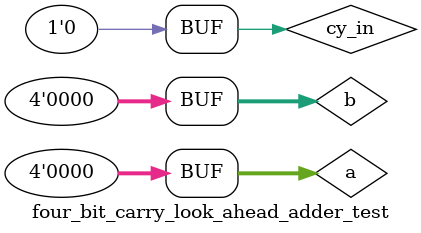
<source format=v>
`timescale 1ns / 1ps


module four_bit_carry_look_ahead_adder_test;

	// Inputs
	reg [3:0] a;
	reg [3:0] b;
	reg cy_in;

	// Outputs
	wire [3:0] sum;
	wire cy_out;

	// Instantiate the Unit Under Test (UUT)
	four_bit_carry_look_ahead_adder uut (
		.a(a), 
		.b(b), 
		.cy_in(cy_in), 
		.sum(sum), 
		.cy_out(cy_out)
	);

	initial begin
		// Initialize Inputs
		a = 0;
		b = 0;
		cy_in = 0;

		// Wait 100 ns for global reset to finish
		#100;
        
		// Add stimulus here
			#100;
		a = 4'd11;
		b = 4'd8;
		cy_in = 0;
		
				#100;
		a = 4'd5;
		b = 4'd4;
		cy_in = 0;
		
				#100;
		a = 4'd7;
		b = 4'd6;
		cy_in = 1;
		
		
				#100;
		a = 4'b1001;
		b = 4'b1101;
		cy_in = 1;
		
				#100;
		a = 4'b1010;
		b = 4'b1000;
		cy_in = 1;
		
				#100;
		a = 0;
		b = 0;
		cy_in = 0;
		
	end
      
endmodule


</source>
